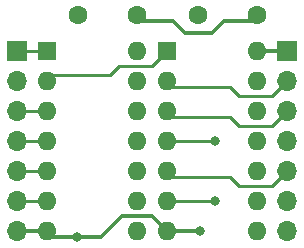
<source format=gbr>
%TF.GenerationSoftware,KiCad,Pcbnew,(5.1.8)-1*%
%TF.CreationDate,2022-06-03T11:46:24-06:00*%
%TF.ProjectId,Trigger,54726967-6765-4722-9e6b-696361645f70,rev?*%
%TF.SameCoordinates,Original*%
%TF.FileFunction,Copper,L1,Top*%
%TF.FilePolarity,Positive*%
%FSLAX46Y46*%
G04 Gerber Fmt 4.6, Leading zero omitted, Abs format (unit mm)*
G04 Created by KiCad (PCBNEW (5.1.8)-1) date 2022-06-03 11:46:24*
%MOMM*%
%LPD*%
G01*
G04 APERTURE LIST*
%TA.AperFunction,ComponentPad*%
%ADD10O,1.700000X1.700000*%
%TD*%
%TA.AperFunction,ComponentPad*%
%ADD11R,1.700000X1.700000*%
%TD*%
%TA.AperFunction,ComponentPad*%
%ADD12O,1.600000X1.600000*%
%TD*%
%TA.AperFunction,ComponentPad*%
%ADD13R,1.600000X1.600000*%
%TD*%
%TA.AperFunction,ComponentPad*%
%ADD14C,1.600000*%
%TD*%
%TA.AperFunction,ViaPad*%
%ADD15C,0.800000*%
%TD*%
%TA.AperFunction,Conductor*%
%ADD16C,0.330200*%
%TD*%
%TA.AperFunction,Conductor*%
%ADD17C,0.250000*%
%TD*%
G04 APERTURE END LIST*
D10*
%TO.P,J2,7*%
%TO.N,Net-(J2-Pad7)*%
X111760000Y-111760000D03*
%TO.P,J2,6*%
%TO.N,/READY_OUT*%
X111760000Y-109220000D03*
%TO.P,J2,5*%
X111760000Y-106680000D03*
%TO.P,J2,4*%
%TO.N,/CLK*%
X111760000Y-104140000D03*
%TO.P,J2,3*%
X111760000Y-101600000D03*
%TO.P,J2,2*%
%TO.N,/D*%
X111760000Y-99060000D03*
D11*
%TO.P,J2,1*%
%TO.N,/5+*%
X111760000Y-96520000D03*
%TD*%
D10*
%TO.P,J1,7*%
%TO.N,/GND*%
X88900000Y-111760000D03*
%TO.P,J1,6*%
%TO.N,/OUT2_04*%
X88900000Y-109220000D03*
%TO.P,J1,5*%
%TO.N,/IN2_04*%
X88900000Y-106680000D03*
%TO.P,J1,4*%
%TO.N,/OUT1_04*%
X88900000Y-104140000D03*
%TO.P,J1,3*%
%TO.N,/IN1_04*%
X88900000Y-101600000D03*
%TO.P,J1,2*%
%TO.N,/ALE_IN*%
X88900000Y-99060000D03*
D11*
%TO.P,J1,1*%
X88900000Y-96520000D03*
%TD*%
D12*
%TO.P,U2,14*%
%TO.N,/5+*%
X109220000Y-96520000D03*
%TO.P,U2,7*%
%TO.N,/GND*%
X101600000Y-111760000D03*
%TO.P,U2,13*%
%TO.N,N/C*%
X109220000Y-99060000D03*
%TO.P,U2,6*%
%TO.N,/NOT_Q*%
X101600000Y-109220000D03*
%TO.P,U2,12*%
%TO.N,N/C*%
X109220000Y-101600000D03*
%TO.P,U2,5*%
%TO.N,/READY_OUT*%
X101600000Y-106680000D03*
%TO.P,U2,11*%
%TO.N,N/C*%
X109220000Y-104140000D03*
%TO.P,U2,4*%
%TO.N,/NOT_Q*%
X101600000Y-104140000D03*
%TO.P,U2,10*%
%TO.N,N/C*%
X109220000Y-106680000D03*
%TO.P,U2,3*%
%TO.N,/CLK*%
X101600000Y-101600000D03*
%TO.P,U2,9*%
%TO.N,N/C*%
X109220000Y-109220000D03*
%TO.P,U2,2*%
%TO.N,/D*%
X101600000Y-99060000D03*
%TO.P,U2,8*%
%TO.N,N/C*%
X109220000Y-111760000D03*
D13*
%TO.P,U2,1*%
%TO.N,/CLR*%
X101600000Y-96520000D03*
%TD*%
D12*
%TO.P,U1,14*%
%TO.N,/5+*%
X99060000Y-96520000D03*
%TO.P,U1,7*%
%TO.N,/GND*%
X91440000Y-111760000D03*
%TO.P,U1,13*%
%TO.N,N/C*%
X99060000Y-99060000D03*
%TO.P,U1,6*%
%TO.N,/OUT2_04*%
X91440000Y-109220000D03*
%TO.P,U1,12*%
%TO.N,N/C*%
X99060000Y-101600000D03*
%TO.P,U1,5*%
%TO.N,/IN2_04*%
X91440000Y-106680000D03*
%TO.P,U1,11*%
%TO.N,N/C*%
X99060000Y-104140000D03*
%TO.P,U1,4*%
%TO.N,/OUT1_04*%
X91440000Y-104140000D03*
%TO.P,U1,10*%
%TO.N,N/C*%
X99060000Y-106680000D03*
%TO.P,U1,3*%
%TO.N,/IN1_04*%
X91440000Y-101600000D03*
%TO.P,U1,9*%
%TO.N,N/C*%
X99060000Y-109220000D03*
%TO.P,U1,2*%
%TO.N,/CLR*%
X91440000Y-99060000D03*
%TO.P,U1,8*%
%TO.N,N/C*%
X99060000Y-111760000D03*
D13*
%TO.P,U1,1*%
%TO.N,/ALE_IN*%
X91440000Y-96520000D03*
%TD*%
D14*
%TO.P,C2,2*%
%TO.N,/GND*%
X104220000Y-93472000D03*
%TO.P,C2,1*%
%TO.N,/5+*%
X109220000Y-93472000D03*
%TD*%
%TO.P,C1,2*%
%TO.N,/GND*%
X94060000Y-93472000D03*
%TO.P,C1,1*%
%TO.N,/5+*%
X99060000Y-93472000D03*
%TD*%
D15*
%TO.N,/GND*%
X93980000Y-112268000D03*
X104394000Y-111760000D03*
%TO.N,/NOT_Q*%
X105664000Y-104140000D03*
X105664000Y-109220000D03*
%TD*%
D16*
%TO.N,/GND*%
X88900000Y-111760000D02*
X91440000Y-111760000D01*
X104394000Y-111760000D02*
X101600000Y-111760000D01*
X100330000Y-110490000D02*
X101600000Y-111760000D01*
X96012000Y-112268000D02*
X97790000Y-110490000D01*
X91948000Y-112268000D02*
X96012000Y-112268000D01*
X91440000Y-111760000D02*
X91948000Y-112268000D01*
X100330000Y-110490000D02*
X97790000Y-110490000D01*
%TO.N,/5+*%
X111760000Y-96520000D02*
X109220000Y-96520000D01*
X108712000Y-93980000D02*
X109220000Y-93472000D01*
X105410000Y-94996000D02*
X106426000Y-93980000D01*
X103124000Y-94996000D02*
X105410000Y-94996000D01*
X102108000Y-93980000D02*
X103124000Y-94996000D01*
X99568000Y-93980000D02*
X102108000Y-93980000D01*
X106426000Y-93980000D02*
X108712000Y-93980000D01*
X99060000Y-93472000D02*
X99568000Y-93980000D01*
D17*
%TO.N,/CLK*%
X110490000Y-102870000D02*
X111760000Y-101600000D01*
X107696000Y-102870000D02*
X110490000Y-102870000D01*
X106934000Y-102108000D02*
X107696000Y-102870000D01*
X102108000Y-102108000D02*
X106934000Y-102108000D01*
X101600000Y-101600000D02*
X102108000Y-102108000D01*
%TO.N,/CLR*%
X91948000Y-98552000D02*
X91440000Y-99060000D01*
X96774000Y-98552000D02*
X91948000Y-98552000D01*
X97536000Y-97790000D02*
X96774000Y-98552000D01*
X100330000Y-97790000D02*
X97536000Y-97790000D01*
X101600000Y-96520000D02*
X100330000Y-97790000D01*
%TO.N,/ALE_IN*%
X88900000Y-96520000D02*
X91440000Y-96520000D01*
%TO.N,/NOT_Q*%
X101600000Y-104140000D02*
X105664000Y-104140000D01*
X105664000Y-109220000D02*
X101600000Y-109220000D01*
%TO.N,/READY_OUT*%
X110490000Y-107950000D02*
X111760000Y-106680000D01*
X107696000Y-107950000D02*
X110490000Y-107950000D01*
X102108000Y-107188000D02*
X106934000Y-107188000D01*
X106934000Y-107188000D02*
X107696000Y-107950000D01*
X101600000Y-106680000D02*
X102108000Y-107188000D01*
%TO.N,/D*%
X110490000Y-100330000D02*
X111760000Y-99060000D01*
X107696000Y-100330000D02*
X110490000Y-100330000D01*
X106934000Y-99568000D02*
X107696000Y-100330000D01*
X102108000Y-99568000D02*
X106934000Y-99568000D01*
X101600000Y-99060000D02*
X102108000Y-99568000D01*
%TO.N,/OUT2_04*%
X88900000Y-109220000D02*
X91440000Y-109220000D01*
%TO.N,/IN2_04*%
X88900000Y-106680000D02*
X91440000Y-106680000D01*
%TO.N,/OUT1_04*%
X88900000Y-104140000D02*
X91440000Y-104140000D01*
%TO.N,/IN1_04*%
X88900000Y-101600000D02*
X91440000Y-101600000D01*
%TD*%
M02*

</source>
